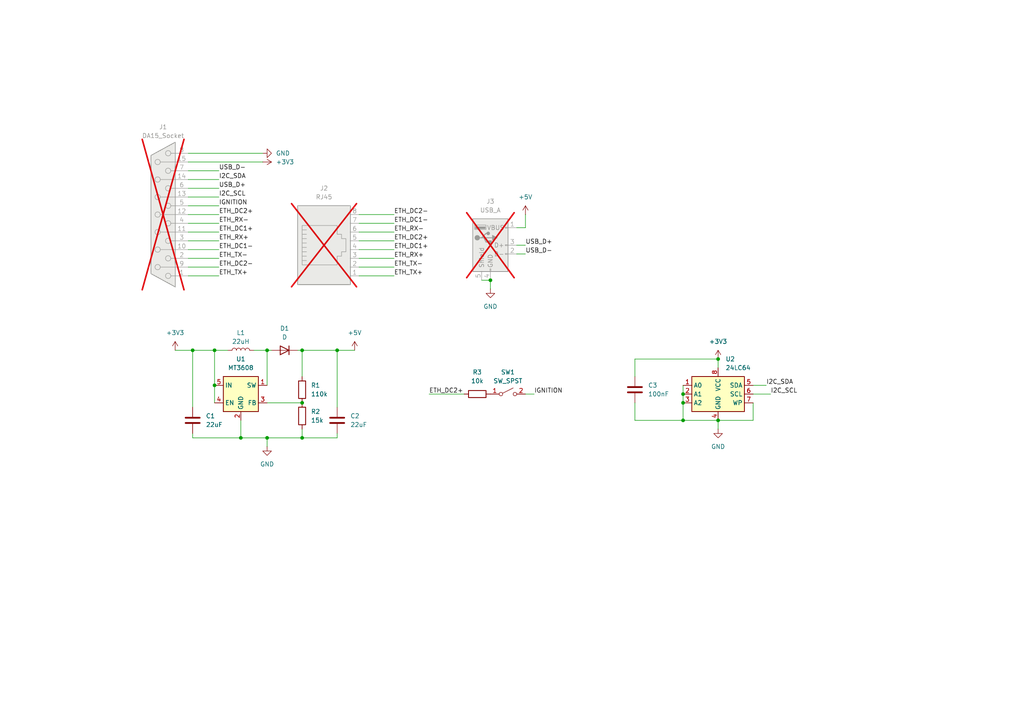
<source format=kicad_sch>
(kicad_sch (version 20250114) (generator "eeschema") (generator_version "9.0")
  (paper "A4")
  (lib_symbols
    (symbol "Connector:DA15_Socket" (pin_names (offset 1.016) (hide yes))
      (property "Reference" "J" (at 0.508 21.59 0))
      (property "Value" "DA15_Socket" (at 0 -22.225 0))
      (symbol "DA15_Socket_0_1"
        (polyline (pts (xy -3.81 20.955) (xy 3.175 17.145) (xy 3.175 -17.145) (xy -3.81 -20.955) (xy -3.81 20.955)) (stroke (width 0.254)) (fill (type background)))
        (polyline (pts (xy -3.81 17.78) (xy -2.54 17.78)))
        (polyline (pts (xy -3.81 15.24) (xy 0.508 15.24)))
        (polyline (pts (xy -3.81 12.7) (xy -2.54 12.7)))
        (polyline (pts (xy -3.81 10.16) (xy 0.508 10.16)))
        (polyline (pts (xy -3.81 7.62) (xy -2.54 7.62)))
        (polyline (pts (xy -3.81 5.08) (xy 0.508 5.08)))
        (polyline (pts (xy -3.81 2.54) (xy -2.54 2.54)))
        (polyline (pts (xy -3.81 0) (xy 0.508 0)))
        (polyline (pts (xy -3.81 -2.54) (xy -2.54 -2.54)))
        (polyline (pts (xy -3.81 -5.08) (xy 0.508 -5.08)))
        (polyline (pts (xy -3.81 -7.62) (xy -2.54 -7.62)))
        (polyline (pts (xy -3.81 -10.16) (xy 0.508 -10.16)))
        (polyline (pts (xy -3.81 -12.7) (xy -2.54 -12.7)))
        (polyline (pts (xy -3.81 -15.24) (xy 0.508 -15.24)))
        (polyline (pts (xy -3.81 -17.78) (xy -2.54 -17.78)))
        (circle (center -1.778 17.78) (radius 0.762))
        (circle (center -1.778 12.7) (radius 0.762))
        (circle (center -1.778 7.62) (radius 0.762))
        (circle (center -1.778 2.54) (radius 0.762))
        (circle (center -1.778 -2.54) (radius 0.762))
        (circle (center -1.778 -7.62) (radius 0.762))
        (circle (center -1.778 -12.7) (radius 0.762))
        (circle (center -1.778 -17.78) (radius 0.762))
        (circle (center 1.27 15.24) (radius 0.762))
        (circle (center 1.27 10.16) (radius 0.762))
        (circle (center 1.27 5.08) (radius 0.762))
        (circle (center 1.27 0) (radius 0.762))
        (circle (center 1.27 -5.08) (radius 0.762))
        (circle (center 1.27 -10.16) (radius 0.762))
        (circle (center 1.27 -15.24) (radius 0.762))
      )
      (symbol "DA15_Socket_1_1"
        (pin passive line (at -7.62 17.78 0) (length 3.81) (name "1") (number "1"))
        (pin passive line (at -7.62 15.24 0) (length 3.81) (name "P9") (number "9"))
        (pin passive line (at -7.62 12.7 0) (length 3.81) (name "2") (number "2"))
        (pin passive line (at -7.62 10.16 0) (length 3.81) (name "P10") (number "10"))
        (pin passive line (at -7.62 7.62 0) (length 3.81) (name "3") (number "3"))
        (pin passive line (at -7.62 5.08 0) (length 3.81) (name "P111") (number "11"))
        (pin passive line (at -7.62 2.54 0) (length 3.81) (name "4") (number "4"))
        (pin passive line (at -7.62 0 0) (length 3.81) (name "P12") (number "12"))
        (pin passive line (at -7.62 -2.54 0) (length 3.81) (name "5") (number "5"))
        (pin passive line (at -7.62 -5.08 0) (length 3.81) (name "P13") (number "13"))
        (pin passive line (at -7.62 -7.62 0) (length 3.81) (name "6") (number "6"))
        (pin passive line (at -7.62 -10.16 0) (length 3.81) (name "P14") (number "14"))
        (pin passive line (at -7.62 -12.7 0) (length 3.81) (name "7") (number "7"))
        (pin passive line (at -7.62 -15.24 0) (length 3.81) (name "P15") (number "15"))
        (pin passive line (at -7.62 -17.78 0) (length 3.81) (name "8") (number "8"))
      )
    )
    (symbol "Connector:RJ45" (pin_names (offset 1.016))
      (property "Reference" "J" (at -5.08 13.97 0))
      (property "Value" "RJ45" (at 2.54 13.97 0))
      (symbol "RJ45_0_1"
        (polyline (pts (xy -6.35 1.905) (xy -5.08 1.905) (xy -5.08 1.905)))
        (polyline (pts (xy -6.35 0.635) (xy -5.08 0.635) (xy -5.08 0.635)))
        (polyline (pts (xy -6.35 -0.635) (xy -5.08 -0.635) (xy -5.08 -0.635)))
        (polyline (pts (xy -6.35 -1.905) (xy -5.08 -1.905) (xy -5.08 -1.905)))
        (polyline (pts (xy -6.35 -3.175) (xy -5.08 -3.175) (xy -5.08 -3.175)))
        (polyline (pts (xy -6.35 -4.445) (xy -6.35 6.985) (xy 3.81 6.985) (xy 3.81 4.445) (xy 5.08 4.445) (xy 5.08 3.175) (xy 6.35 3.175) (xy 6.35 -0.635) (xy 5.08 -0.635) (xy 5.08 -1.905) (xy 3.81 -1.905) (xy 3.81 -4.445) (xy -6.35 -4.445) (xy -6.35 -4.445)))
        (polyline (pts (xy -5.08 5.715) (xy -6.35 5.715)))
        (polyline (pts (xy -5.08 4.445) (xy -6.35 4.445)))
        (polyline (pts (xy -5.08 3.175) (xy -6.35 3.175) (xy -6.35 3.175)))
        (rectangle (start 7.62 12.7) (end -7.62 -10.16) (stroke (width 0.254)) (fill (type background)))
      )
      (symbol "RJ45_1_1"
        (pin passive line (at 10.16 10.16 180) (length 2.54) (name "~") (number "8"))
        (pin passive line (at 10.16 7.62 180) (length 2.54) (name "~") (number "7"))
        (pin passive line (at 10.16 5.08 180) (length 2.54) (name "~") (number "6"))
        (pin passive line (at 10.16 2.54 180) (length 2.54) (name "~") (number "5"))
        (pin passive line (at 10.16 0 180) (length 2.54) (name "~") (number "4"))
        (pin passive line (at 10.16 -2.54 180) (length 2.54) (name "~") (number "3"))
        (pin passive line (at 10.16 -5.08 180) (length 2.54) (name "~") (number "2"))
        (pin passive line (at 10.16 -7.62 180) (length 2.54) (name "~") (number "1"))
      )
    )
    (symbol "Connector:USB_A" (pin_names (offset 1.016))
      (property "Reference" "J" (at -5.08 11.43 0))
      (property "Value" "USB_A" (at -5.08 8.89 0))
      (symbol "USB_A_0_1"
        (rectangle (start -5.08 -7.62) (end 5.08 7.62) (stroke (width 0.254)) (fill (type background)))
        (circle (center -3.81 2.159) (radius 0.635) (stroke (width 0.254)) (fill (type outline)))
        (polyline (pts (xy -3.175 2.159) (xy -2.54 2.159) (xy -1.27 3.429) (xy -0.635 3.429)) (stroke (width 0.254)))
        (polyline (pts (xy -2.54 2.159) (xy -1.905 2.159) (xy -1.27 0.889) (xy 0 0.889)) (stroke (width 0.254)))
        (rectangle (start -1.524 4.826) (end -4.318 5.334) (fill (type outline)))
        (rectangle (start -1.27 4.572) (end -4.572 5.842))
        (circle (center -0.635 3.429) (radius 0.381) (stroke (width 0.254)) (fill (type outline)))
        (rectangle (start -0.127 -7.62) (end 0.127 -6.858))
        (rectangle (start 0.254 1.27) (end -0.508 0.508) (stroke (width 0.254)) (fill (type outline)))
        (polyline (pts (xy 0.635 2.794) (xy 0.635 1.524) (xy 1.905 2.159) (xy 0.635 2.794)) (stroke (width 0.254)) (fill (type outline)))
        (rectangle (start 5.08 4.953) (end 4.318 5.207))
        (rectangle (start 5.08 -0.127) (end 4.318 0.127))
        (rectangle (start 5.08 -2.667) (end 4.318 -2.413))
      )
      (symbol "USB_A_1_1"
        (polyline (pts (xy -1.905 2.159) (xy 0.635 2.159)) (stroke (width 0.254)))
        (pin passive line (at -2.54 -10.16 90) (length 2.54) (name "Shield") (number "5"))
        (pin power_in line (at 0 -10.16 90) (length 2.54) (name "GND") (number "4"))
        (pin power_in line (at 7.62 5.08 180) (length 2.54) (name "VBUS") (number "1"))
        (pin bidirectional line (at 7.62 0 180) (length 2.54) (name "D+") (number "3"))
        (pin bidirectional line (at 7.62 -2.54 180) (length 2.54) (name "D-") (number "2"))
      )
    )
    (symbol "Device:C" (pin_numbers (hide yes)) (pin_names (offset 0.254))
      (property "Reference" "C" (at 0.635 2.54 0))
      (property "Value" "C" (at 0.635 -2.54 0))
      (symbol "C_0_1"
        (polyline (pts (xy -2.032 0.762) (xy 2.032 0.762)) (stroke (width 0.508)))
        (polyline (pts (xy -2.032 -0.762) (xy 2.032 -0.762)) (stroke (width 0.508)))
      )
      (symbol "C_1_1"
        (pin passive line (at 0 3.81 270) (length 2.794) (name "~") (number "1"))
        (pin passive line (at 0 -3.81 90) (length 2.794) (name "~") (number "2"))
      )
    )
    (symbol "Device:D" (pin_numbers (hide yes)) (pin_names (offset 1.016) (hide yes))
      (property "Reference" "D" (at 0 2.54 0))
      (property "Value" "D" (at 0 -2.54 0))
      (symbol "D_0_1"
        (polyline (pts (xy -1.27 1.27) (xy -1.27 -1.27)) (stroke (width 0.254)))
        (polyline (pts (xy 1.27 1.27) (xy 1.27 -1.27) (xy -1.27 0) (xy 1.27 1.27)) (stroke (width 0.254)))
        (polyline (pts (xy 1.27 0) (xy -1.27 0)))
      )
      (symbol "D_1_1"
        (pin passive line (at -3.81 0 0) (length 2.54) (name "K") (number "1"))
        (pin passive line (at 3.81 0 180) (length 2.54) (name "A") (number "2"))
      )
    )
    (symbol "Device:L" (pin_numbers (hide yes)) (pin_names (offset 1.016) (hide yes))
      (property "Reference" "L" (at -1.27 0 90))
      (property "Value" "L" (at 1.905 0 90))
      (symbol "L_0_1"
        (arc (start 0 2.54) (mid 0.6323 1.905) (end 0 1.27))
        (arc (start 0 1.27) (mid 0.6323 0.635) (end 0 0))
        (arc (start 0 0) (mid 0.6323 -0.635) (end 0 -1.27))
        (arc (start 0 -1.27) (mid 0.6323 -1.905) (end 0 -2.54))
      )
      (symbol "L_1_1"
        (pin passive line (at 0 3.81 270) (length 1.27) (name "1") (number "1"))
        (pin passive line (at 0 -3.81 90) (length 1.27) (name "2") (number "2"))
      )
    )
    (symbol "Device:R" (pin_numbers (hide yes)) (pin_names (offset 0))
      (property "Reference" "R" (at 2.032 0 90))
      (property "Value" "R" (at 0 0 90))
      (symbol "R_0_1"
        (rectangle (start -1.016 -2.54) (end 1.016 2.54) (stroke (width 0.254)))
      )
      (symbol "R_1_1"
        (pin passive line (at 0 3.81 270) (length 1.27) (name "~") (number "1"))
        (pin passive line (at 0 -3.81 90) (length 1.27) (name "~") (number "2"))
      )
    )
    (symbol "Memory_EEPROM:24LC64"
      (property "Reference" "U" (at -6.35 6.35 0))
      (property "Value" "24LC64" (at 1.27 6.35 0))
      (symbol "24LC64_1_1"
        (rectangle (start -7.62 5.08) (end 7.62 -5.08) (stroke (width 0.254)) (fill (type background)))
        (pin input line (at -10.16 2.54 0) (length 2.54) (name "A0") (number "1"))
        (pin input line (at -10.16 0 0) (length 2.54) (name "A1") (number "2"))
        (pin input line (at -10.16 -2.54 0) (length 2.54) (name "A2") (number "3"))
        (pin power_in line (at 0 7.62 270) (length 2.54) (name "VCC") (number "8"))
        (pin power_in line (at 0 -7.62 90) (length 2.54) (name "GND") (number "4"))
        (pin bidirectional line (at 10.16 2.54 180) (length 2.54) (name "SDA") (number "5"))
        (pin input line (at 10.16 0 180) (length 2.54) (name "SCL") (number "6"))
        (pin input line (at 10.16 -2.54 180) (length 2.54) (name "WP") (number "7"))
      )
    )
    (symbol "Regulator_Switching:MT3608"
      (property "Reference" "U" (at -2.54 8.89 0))
      (property "Value" "MT3608" (at -3.81 6.35 0))
      (symbol "MT3608_0_1"
        (rectangle (start -5.08 5.08) (end 5.08 -5.08) (stroke (width 0.254)) (fill (type background)))
      )
      (symbol "MT3608_1_1"
        (pin power_in line (at -7.62 2.54 0) (length 2.54) (name "IN") (number "5"))
        (pin input line (at -7.62 -2.54 0) (length 2.54) (name "EN") (number "4"))
        (pin power_in line (at 0 -7.62 90) (length 2.54) (name "GND") (number "2"))
        (pin no_connect line (at 5.08 0 180) (length 2.54) (hide yes) (name "NC") (number "6"))
        (pin passive line (at 7.62 2.54 180) (length 2.54) (name "SW") (number "1"))
        (pin input line (at 7.62 -2.54 180) (length 2.54) (name "FB") (number "3"))
      )
    )
    (symbol "Switch:SW_SPST" (pin_names (offset 0) (hide yes))
      (property "Reference" "SW" (at 0 3.175 0))
      (property "Value" "SW_SPST" (at 0 -2.54 0))
      (symbol "SW_SPST_0_0"
        (circle (center -2.032 0) (radius 0.508))
        (polyline (pts (xy -1.524 0.254) (xy 1.524 1.778)))
        (circle (center 2.032 0) (radius 0.508))
      )
      (symbol "SW_SPST_1_1"
        (pin passive line (at -5.08 0 0) (length 2.54) (name "A") (number "1"))
        (pin passive line (at 5.08 0 180) (length 2.54) (name "B") (number "2"))
      )
    )
    (symbol "power:+3V3" (power) (pin_numbers (hide yes)) (pin_names (offset 0) (hide yes))
      (property "Value" "+3V3" (at 0 3.556 0))
      (symbol "+3V3_0_1"
        (polyline (pts (xy -0.762 1.27) (xy 0 2.54)))
        (polyline (pts (xy 0 2.54) (xy 0.762 1.27)))
        (polyline (pts (xy 0 0) (xy 0 2.54)))
      )
      (symbol "+3V3_1_1"
        (pin power_in line (at 0 0 90) (length 0) (name "~") (number "1"))
      )
    )
    (symbol "power:+5V" (power) (pin_numbers (hide yes)) (pin_names (offset 0) (hide yes))
      (property "Value" "+5V" (at 0 3.556 0))
      (symbol "+5V_0_1"
        (polyline (pts (xy -0.762 1.27) (xy 0 2.54)))
        (polyline (pts (xy 0 2.54) (xy 0.762 1.27)))
        (polyline (pts (xy 0 0) (xy 0 2.54)))
      )
      (symbol "+5V_1_1"
        (pin power_in line (at 0 0 90) (length 0) (name "~") (number "1"))
      )
    )
    (symbol "power:GND" (power) (pin_numbers (hide yes)) (pin_names (offset 0) (hide yes))
      (property "Value" "GND" (at 0 -3.81 0))
      (symbol "GND_0_1"
        (polyline (pts (xy 0 0) (xy 0 -1.27) (xy 1.27 -1.27) (xy 0 -2.54) (xy -1.27 -1.27) (xy 0 -1.27)))
      )
      (symbol "GND_1_1"
        (pin power_in line (at 0 0 270) (length 0) (name "~") (number "1"))
      )
    )
  )
  (junction (at 208.28 121.92))
  (junction (at 97.79 101.6))
  (junction (at 198.12 116.84))
  (junction (at 198.12 121.92))
  (junction (at 62.23 111.76))
  (junction (at 87.63 101.6))
  (junction (at 55.88 101.6))
  (junction (at 77.47 101.6))
  (junction (at 142.24 81.28))
  (junction (at 87.63 127))
  (junction (at 69.85 127))
  (junction (at 208.28 104.14))
  (junction (at 198.12 114.3))
  (junction (at 77.47 127))
  (junction (at 62.23 101.6))
  (junction (at 87.63 116.84))
  (wire (pts (xy 198.12 121.92) (xy 208.28 121.92)))
  (wire (pts (xy 86.36 101.6) (xy 87.63 101.6)))
  (wire (pts (xy 63.5 49.53) (xy 54.61 49.53)))
  (wire (pts (xy 54.61 67.31) (xy 63.5 67.31)))
  (wire (pts (xy 54.61 64.77) (xy 63.5 64.77)))
  (wire (pts (xy 62.23 111.76) (xy 62.23 101.6)))
  (wire (pts (xy 184.15 104.14) (xy 208.28 104.14)))
  (wire (pts (xy 184.15 116.84) (xy 184.15 121.92)))
  (wire (pts (xy 142.24 83.82) (xy 142.24 81.28)))
  (wire (pts (xy 184.15 121.92) (xy 198.12 121.92)))
  (wire (pts (xy 87.63 109.22) (xy 87.63 101.6)))
  (wire (pts (xy 69.85 121.92) (xy 69.85 127)))
  (wire (pts (xy 54.61 69.85) (xy 63.5 69.85)))
  (wire (pts (xy 152.4 62.23) (xy 152.4 66.04)))
  (wire (pts (xy 77.47 127) (xy 87.63 127)))
  (wire (pts (xy 55.88 127) (xy 69.85 127)))
  (wire (pts (xy 55.88 127) (xy 55.88 125.73)))
  (wire (pts (xy 50.8 101.6) (xy 55.88 101.6)))
  (wire (pts (xy 77.47 101.6) (xy 73.66 101.6)))
  (wire (pts (xy 77.47 127) (xy 69.85 127)))
  (wire (pts (xy 54.61 77.47) (xy 63.5 77.47)))
  (wire (pts (xy 218.44 121.92) (xy 208.28 121.92)))
  (wire (pts (xy 54.61 72.39) (xy 63.5 72.39)))
  (wire (pts (xy 198.12 111.76) (xy 198.12 114.3)))
  (wire (pts (xy 104.14 74.93) (xy 114.3 74.93)))
  (wire (pts (xy 78.74 101.6) (xy 77.47 101.6)))
  (wire (pts (xy 76.2 44.45) (xy 54.61 44.45)))
  (wire (pts (xy 208.28 124.46) (xy 208.28 121.92)))
  (wire (pts (xy 62.23 111.76) (xy 62.23 116.84)))
  (wire (pts (xy 54.61 80.01) (xy 63.5 80.01)))
  (wire (pts (xy 87.63 124.46) (xy 87.63 127)))
  (wire (pts (xy 154.94 114.3) (xy 152.4 114.3)))
  (wire (pts (xy 152.4 66.04) (xy 149.86 66.04)))
  (wire (pts (xy 97.79 101.6) (xy 97.79 118.11)))
  (wire (pts (xy 104.14 69.85) (xy 114.3 69.85)))
  (wire (pts (xy 152.4 73.66) (xy 149.86 73.66)))
  (wire (pts (xy 54.61 62.23) (xy 63.5 62.23)))
  (wire (pts (xy 104.14 64.77) (xy 114.3 64.77)))
  (wire (pts (xy 77.47 111.76) (xy 77.47 101.6)))
  (wire (pts (xy 198.12 116.84) (xy 198.12 114.3)))
  (wire (pts (xy 97.79 125.73) (xy 97.79 127)))
  (wire (pts (xy 63.5 52.07) (xy 54.61 52.07)))
  (wire (pts (xy 104.14 72.39) (xy 114.3 72.39)))
  (wire (pts (xy 104.14 62.23) (xy 114.3 62.23)))
  (wire (pts (xy 198.12 116.84) (xy 198.12 121.92)))
  (wire (pts (xy 152.4 71.12) (xy 149.86 71.12)))
  (wire (pts (xy 55.88 101.6) (xy 55.88 118.11)))
  (wire (pts (xy 62.23 101.6) (xy 66.04 101.6)))
  (wire (pts (xy 218.44 116.84) (xy 218.44 121.92)))
  (wire (pts (xy 76.2 46.99) (xy 54.61 46.99)))
  (wire (pts (xy 222.25 111.76) (xy 218.44 111.76)))
  (wire (pts (xy 97.79 101.6) (xy 102.87 101.6)))
  (wire (pts (xy 104.14 67.31) (xy 114.3 67.31)))
  (wire (pts (xy 139.7 81.28) (xy 142.24 81.28)))
  (wire (pts (xy 184.15 109.22) (xy 184.15 104.14)))
  (wire (pts (xy 87.63 101.6) (xy 97.79 101.6)))
  (wire (pts (xy 97.79 127) (xy 87.63 127)))
  (wire (pts (xy 63.5 54.61) (xy 54.61 54.61)))
  (wire (pts (xy 124.46 114.3) (xy 134.62 114.3)))
  (wire (pts (xy 63.5 57.15) (xy 54.61 57.15)))
  (wire (pts (xy 55.88 101.6) (xy 62.23 101.6)))
  (wire (pts (xy 208.28 104.14) (xy 208.28 106.68)))
  (wire (pts (xy 63.5 59.69) (xy 54.61 59.69)))
  (wire (pts (xy 104.14 80.01) (xy 114.3 80.01)))
  (wire (pts (xy 54.61 74.93) (xy 63.5 74.93)))
  (wire (pts (xy 77.47 116.84) (xy 87.63 116.84)))
  (wire (pts (xy 104.14 77.47) (xy 114.3 77.47)))
  (wire (pts (xy 223.52 114.3) (xy 218.44 114.3)))
  (wire (pts (xy 77.47 127) (xy 77.47 129.54)))
  (label "USB_D-" (at 63.5 49.53 0))
  (label "ETH_DC2-" (at 114.3 62.23 0))
  (label "IGNITION" (at 154.94 114.3 0))
  (label "ETH_TX+" (at 114.3 80.01 0))
  (label "ETH_DC1-" (at 63.5 72.39 0))
  (label "ETH_RX+" (at 63.5 69.85 0))
  (label "ETH_DC2+" (at 124.46 114.3 0))
  (label "USB_D+" (at 152.4 71.12 0))
  (label "USB_D-" (at 152.4 73.66 0))
  (label "ETH_TX-" (at 63.5 74.93 0))
  (label "ETH_TX+" (at 63.5 80.01 0))
  (label "ETH_DC1-" (at 114.3 64.77 0))
  (label "ETH_RX-" (at 63.5 64.77 0))
  (label "IGNITION" (at 63.5 59.69 0))
  (label "ETH_DC2+" (at 114.3 69.85 0))
  (label "I2C_SCL" (at 63.5 57.15 0))
  (label "ETH_TX-" (at 114.3 77.47 0))
  (label "ETH_RX+" (at 114.3 74.93 0))
  (label "ETH_DC2-" (at 63.5 77.47 0))
  (label "USB_D+" (at 63.5 54.61 0))
  (label "I2C_SCL" (at 223.52 114.3 0))
  (label "ETH_DC1+" (at 63.5 67.31 0))
  (label "I2C_SDA" (at 222.25 111.76 0))
  (label "ETH_RX-" (at 114.3 67.31 0))
  (label "ETH_DC1+" (at 114.3 72.39 0))
  (label "I2C_SDA" (at 63.5 52.07 0))
  (label "ETH_DC2+" (at 63.5 62.23 0))
  (symbol (lib_id "Connector:RJ45") (at 93.98 72.39 0) (unit 1) (in_bom no) (dnp yes)
    (property "Reference" "J2" (at 93.98 54.61 0))
    (property "Value" "RJ45" (at 93.98 57.15 0))
    (property "Footprint" "Connector_RJ:RJ45_OST_PJ012-8P8CX_Vertical" (effects (hide yes)))
    (property "Description" "RJ connector, 8P8C (8 positions 8 connected)" (effects (hide yes)))
  )
  (symbol (lib_id "power:+3V3") (at 76.2 46.99 270) (unit 1)
    (property "Reference" "#PWR07" (effects (hide yes)))
    (property "Value" "+3V3" (at 80.01 46.9899 90) (effects (justify left)))
    (property "Description" "Power symbol creates a global label with name \"+3V3\"" (effects (hide yes)))
  )
  (symbol (lib_id "Regulator_Switching:MT3608") (at 69.85 114.3 0) (unit 1)
    (property "Reference" "U1" (at 69.85 104.14 0))
    (property "Value" "MT3608" (at 69.85 106.68 0))
    (property "Footprint" "Package_TO_SOT_SMD:SOT-23-6" (effects (hide yes)))
    (property "Datasheet" "https://www.lcsc.com/datasheet/C84817.pdf" (effects (hide yes)))
    (property "Description" "High Efficiency 1.2MHz 2A Step Up Converter, 2-24V Vin, 28V Vout, 4A current limit, 1.2MHz, SOT23-6" (effects (hide yes)))
    (property "LCSC" "C84817" (effects (hide yes)))
  )
  (symbol (lib_id "power:+3V3") (at 208.28 104.14 0) (unit 1)
    (property "Reference" "#PWR09" (effects (hide yes)))
    (property "Value" "+3V3" (at 208.28 99.06 0))
    (property "Description" "Power symbol creates a global label with name \"+3V3\"" (effects (hide yes)))
  )
  (symbol (lib_id "Switch:SW_SPST") (at 147.32 114.3 0) (unit 1)
    (property "Reference" "SW1" (at 147.32 107.95 0))
    (property "Value" "SW_SPST" (at 147.32 110.49 0))
    (property "Footprint" "Button_Switch_SMD:SW_SPST_TS-1088-xR020" (effects (hide yes)))
    (property "Datasheet" "https://www.lcsc.com/datasheet/C720477.pdf" (effects (hide yes)))
    (property "Description" "Single Pole Single Throw (SPST) switch" (effects (hide yes)))
    (property "LCSC" "C720477" (effects (hide yes)))
  )
  (symbol (lib_id "Connector:USB_A") (at 142.24 71.12 0) (unit 1) (in_bom no) (dnp yes)
    (property "Reference" "J3" (at 142.24 58.42 0))
    (property "Value" "USB_A" (at 142.24 60.96 0))
    (property "Footprint" "Connector_USB:USB_A_Molex_105057_Vertical" (effects (hide yes)))
    (property "Description" "USB Type A connector" (effects (hide yes)))
  )
  (symbol (lib_id "power:GND") (at 77.47 129.54 0) (unit 1)
    (property "Reference" "#PWR01" (effects (hide yes)))
    (property "Value" "GND" (at 77.47 134.62 0))
    (property "Description" "Power symbol creates a global label with name \"GND\" , ground" (effects (hide yes)))
  )
  (symbol (lib_id "power:GND") (at 208.28 124.46 0) (unit 1)
    (property "Reference" "#PWR08" (effects (hide yes)))
    (property "Value" "GND" (at 208.28 129.54 0))
    (property "Description" "Power symbol creates a global label with name \"GND\" , ground" (effects (hide yes)))
  )
  (symbol (lib_id "power:+3V3") (at 50.8 101.6 0) (unit 1)
    (property "Reference" "#PWR02" (effects (hide yes)))
    (property "Value" "+3V3" (at 50.8 96.52 0))
    (property "Description" "Power symbol creates a global label with name \"+3V3\"" (effects (hide yes)))
  )
  (symbol (lib_id "power:GND") (at 76.2 44.45 90) (unit 1)
    (property "Reference" "#PWR04" (effects (hide yes)))
    (property "Value" "GND" (at 80.01 44.4499 90) (effects (justify right)))
    (property "Description" "Power symbol creates a global label with name \"GND\" , ground" (effects (hide yes)))
  )
  (symbol (lib_id "Connector:DA15_Socket") (at 46.99 62.23 180) (unit 1) (in_bom no) (dnp yes)
    (property "Reference" "J1" (at 47.3075 36.83 0))
    (property "Value" "DA15_Socket" (at 47.3075 39.37 0))
    (property "Footprint" "Connector_Dsub:DSUB-15_Socket_Vertical_P2.77x2.84mm" (effects (hide yes)))
    (property "Description" "15-pin D-SUB connector, socket (female) (low-density/2 columns)" (effects (hide yes)))
  )
  (symbol (lib_id "Memory_EEPROM:24LC64") (at 208.28 114.3 0) (unit 1)
    (property "Reference" "U2" (at 210.4233 104.14 0) (effects (justify left)))
    (property "Value" "24LC64" (at 210.4233 106.68 0) (effects (justify left)))
    (property "Footprint" "Package_SO:SOIC-8_3.9x4.9mm_P1.27mm" (effects (hide yes)))
    (property "Datasheet" "http://ww1.microchip.com/downloads/en/DeviceDoc/21189f.pdf" (effects (hide yes)))
    (property "Description" "I2C Serial EEPROM, 64Kb, DIP-8/SOIC-8/TSSOP-8/DFN-8" (effects (hide yes)))
    (property "LCSC" "C511260" (effects (hide yes)))
  )
  (symbol (lib_id "Device:D") (at 82.55 101.6 180) (unit 1)
    (property "Reference" "D1" (at 82.55 95.25 0))
    (property "Value" "D" (at 82.55 97.79 0))
    (property "Footprint" "Diode_SMD:D_SMA" (effects (hide yes)))
    (property "Datasheet" "https://www.lcsc.com/datasheet/C727050.pdf" (effects (hide yes)))
    (property "Description" "Diode" (effects (hide yes)))
    (property "Sim.Device" "D" (effects (hide yes)))
    (property "Sim.Pins" "1=K 2=A" (effects (hide yes)))
    (property "LCSC" "C727050" (effects (hide yes)))
  )
  (symbol (lib_id "Device:C") (at 184.15 113.03 0) (unit 1)
    (property "Reference" "C3" (at 187.96 111.7599 0) (effects (justify left)))
    (property "Value" "100nF" (at 187.96 114.2999 0) (effects (justify left)))
    (property "Footprint" "Capacitor_SMD:C_0603_1608Metric" (effects (hide yes)))
    (property "Datasheet" "https://www.lcsc.com/datasheet/C1591.pdf" (effects (hide yes)))
    (property "Description" "Unpolarized capacitor" (effects (hide yes)))
    (property "LCSC" "C1591" (effects (hide yes)))
  )
  (symbol (lib_id "Device:R") (at 87.63 120.65 0) (unit 1)
    (property "Reference" "R2" (at 90.17 119.3799 0) (effects (justify left)))
    (property "Value" "15k" (at 90.17 121.9199 0) (effects (justify left)))
    (property "Footprint" "Resistor_SMD:R_0603_1608Metric" (effects (hide yes)))
    (property "Datasheet" "https://www.lcsc.com/datasheet/C2906995.pdf" (effects (hide yes)))
    (property "Description" "Resistor" (effects (hide yes)))
    (property "LCSC" "C2906995" (effects (hide yes)))
  )
  (symbol (lib_id "Device:R") (at 87.63 113.03 0) (unit 1)
    (property "Reference" "R1" (at 90.17 111.7599 0) (effects (justify left)))
    (property "Value" "110k" (at 90.17 114.2999 0) (effects (justify left)))
    (property "Footprint" "Resistor_SMD:R_0603_1608Metric" (effects (hide yes)))
    (property "Datasheet" "https://www.lcsc.com/datasheet/C2906984.pdf" (effects (hide yes)))
    (property "Description" "Resistor" (effects (hide yes)))
    (property "LCSC" "C2906984" (effects (hide yes)))
  )
  (symbol (lib_id "power:+5V") (at 152.4 62.23 0) (unit 1)
    (property "Reference" "#PWR06" (effects (hide yes)))
    (property "Value" "+5V" (at 152.4 57.15 0))
    (property "Description" "Power symbol creates a global label with name \"+5V\"" (effects (hide yes)))
  )
  (symbol (lib_id "Device:L") (at 69.85 101.6 90) (unit 1)
    (property "Reference" "L1" (at 69.85 96.52 90))
    (property "Value" "22uH" (at 69.85 99.06 90))
    (property "Footprint" "Inductor_SMD:L_APV_APH0630" (effects (hide yes)))
    (property "Datasheet" "https://www.lcsc.com/datasheet/C5349702.pdf" (effects (hide yes)))
    (property "Description" "Inductor" (effects (hide yes)))
    (property "LCSC" "C5349702" (effects (hide yes)))
  )
  (symbol (lib_id "power:GND") (at 142.24 83.82 0) (unit 1)
    (property "Reference" "#PWR05" (effects (hide yes)))
    (property "Value" "GND" (at 142.24 88.9 0))
    (property "Description" "Power symbol creates a global label with name \"GND\" , ground" (effects (hide yes)))
  )
  (symbol (lib_id "Device:C") (at 55.88 121.92 0) (unit 1)
    (property "Reference" "C1" (at 59.69 120.6499 0) (effects (justify left)))
    (property "Value" "22uF" (at 59.69 123.1899 0) (effects (justify left)))
    (property "Footprint" "Capacitor_SMD:C_0603_1608Metric" (effects (hide yes)))
    (property "Datasheet" "https://www.lcsc.com/datasheet/C86295.pdf" (effects (hide yes)))
    (property "Description" "Unpolarized capacitor" (effects (hide yes)))
    (property "LCSC" "C86295" (effects (hide yes)))
  )
  (symbol (lib_id "Device:C") (at 97.79 121.92 0) (unit 1)
    (property "Reference" "C2" (at 101.6 120.6499 0) (effects (justify left)))
    (property "Value" "22uF" (at 101.6 123.1899 0) (effects (justify left)))
    (property "Footprint" "Capacitor_SMD:C_0603_1608Metric" (effects (hide yes)))
    (property "Datasheet" "https://www.lcsc.com/datasheet/C86295.pdf" (effects (hide yes)))
    (property "Description" "Unpolarized capacitor" (effects (hide yes)))
    (property "LCSC" "C86295" (effects (hide yes)))
  )
  (symbol (lib_id "power:+5V") (at 102.87 101.6 0) (unit 1)
    (property "Reference" "#PWR03" (effects (hide yes)))
    (property "Value" "+5V" (at 102.87 96.52 0))
    (property "Description" "Power symbol creates a global label with name \"+5V\"" (effects (hide yes)))
  )
  (symbol (lib_id "Device:R") (at 138.43 114.3 90) (unit 1)
    (property "Reference" "R3" (at 138.43 107.95 90))
    (property "Value" "10k" (at 138.43 110.49 90))
    (property "Footprint" "Resistor_SMD:R_0603_1608Metric" (effects (hide yes)))
    (property "Datasheet" "https://www.lcsc.com/datasheet/C2930027.pdf" (effects (hide yes)))
    (property "Description" "Resistor" (effects (hide yes)))
    (property "LCSC" "C2930027" (effects (hide yes)))
  )
)
</source>
